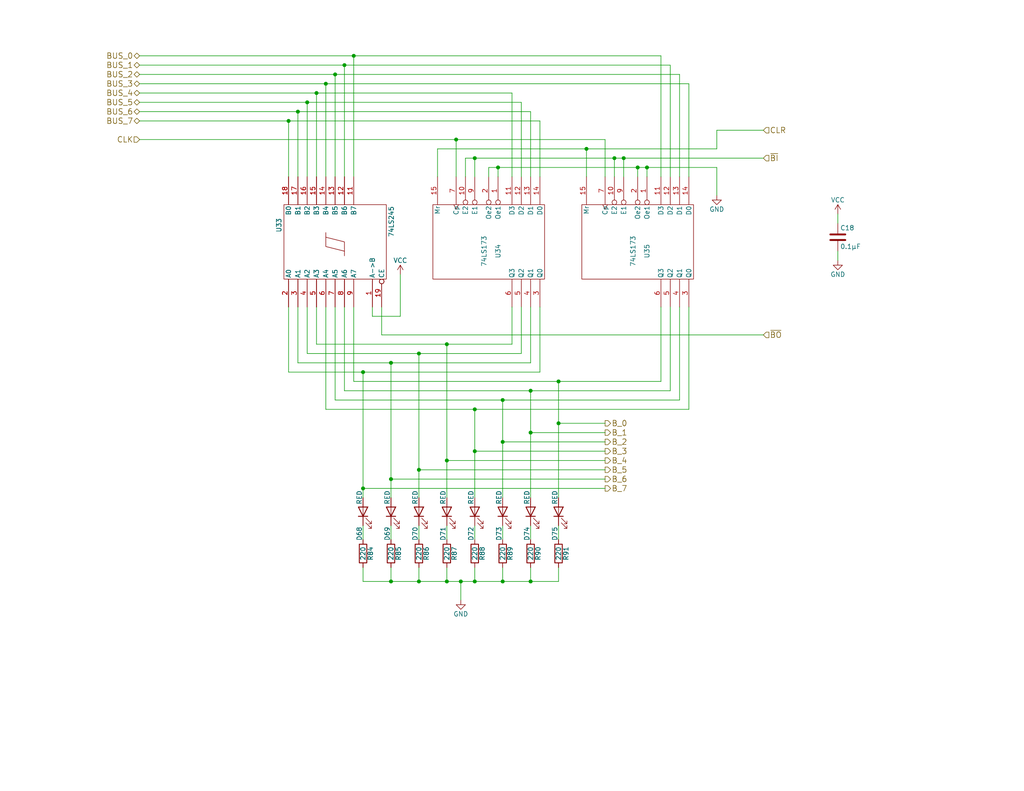
<source format=kicad_sch>
(kicad_sch (version 20211123) (generator eeschema)
  (paper "USLetter")
  (lib_symbols
    (symbol "8bit-computer:74LS173" (pin_names (offset 0.254))
      (property "Reference" "U" (at 2.54 2.54 0))
      (property "Value" "74LS173" (at 2.54 -1.27 0))
      (symbol "74LS173_0_0"
        (pin power_in line (at -7.62 15.24 90) (length 0) hide (name "VCC") (number "16"))
        (pin power_in line (at -7.62 -15.24 90) (length 0) hide (name "GND") (number "8"))
      )
      (symbol "74LS173_0_1"
        (rectangle (start -10.16 15.24) (end 10.16 -15.24))
      )
      (symbol "74LS173_1_1"
        (pin input inverted (at -17.78 2.54 0) (length 7.62) (name "Oe1") (number "1"))
        (pin input inverted (at -17.78 -6.35 0) (length 7.62) (name "E2") (number "10"))
        (pin input line (at -17.78 6.35 0) (length 7.62) (name "D3") (number "11"))
        (pin input line (at -17.78 8.89 0) (length 7.62) (name "D2") (number "12"))
        (pin input line (at -17.78 11.43 0) (length 7.62) (name "D1") (number "13"))
        (pin input line (at -17.78 13.97 0) (length 7.62) (name "D0") (number "14"))
        (pin input line (at -17.78 -13.97 0) (length 7.62) (name "Mr") (number "15"))
        (pin input inverted (at -17.78 0 0) (length 7.62) (name "Oe2") (number "2"))
        (pin tri_state line (at 17.78 13.97 180) (length 7.62) (name "Q0") (number "3"))
        (pin tri_state line (at 17.78 11.43 180) (length 7.62) (name "Q1") (number "4"))
        (pin tri_state line (at 17.78 8.89 180) (length 7.62) (name "Q2") (number "5"))
        (pin tri_state line (at 17.78 6.35 180) (length 7.62) (name "Q3") (number "6"))
        (pin input clock (at -17.78 -8.89 0) (length 7.62) (name "Cp") (number "7"))
        (pin input inverted (at -17.78 -3.81 0) (length 7.62) (name "E1") (number "9"))
      )
    )
    (symbol "8bit-computer:74LS245" (pin_names (offset 0.254))
      (property "Reference" "U" (at 2.54 14.605 0))
      (property "Value" "74LS245" (at 1.27 -14.605 0))
      (symbol "74LS245_0_0"
        (pin power_in line (at 0 -13.97 90) (length 0) hide (name "GND") (number "10"))
        (pin power_in line (at 0 13.97 270) (length 0) hide (name "VCC") (number "20"))
      )
      (symbol "74LS245_0_1"
        (rectangle (start -10.16 13.97) (end 10.16 -13.97))
        (polyline (pts (xy 1.27 2.54) (xy 0 -2.54) (xy -2.54 -2.54)))
        (polyline (pts (xy 2.54 2.54) (xy -1.27 2.54) (xy -2.54 -2.54) (xy -3.81 -2.54)))
      )
      (symbol "74LS245_1_1"
        (pin input line (at -17.78 -10.16 0) (length 7.62) (name "A->B") (number "1"))
        (pin tri_state line (at 17.78 -5.08 180) (length 7.62) (name "B7") (number "11"))
        (pin tri_state line (at 17.78 -2.54 180) (length 7.62) (name "B6") (number "12"))
        (pin tri_state line (at 17.78 0 180) (length 7.62) (name "B5") (number "13"))
        (pin tri_state line (at 17.78 2.54 180) (length 7.62) (name "B4") (number "14"))
        (pin tri_state line (at 17.78 5.08 180) (length 7.62) (name "B3") (number "15"))
        (pin tri_state line (at 17.78 7.62 180) (length 7.62) (name "B2") (number "16"))
        (pin tri_state line (at 17.78 10.16 180) (length 7.62) (name "B1") (number "17"))
        (pin tri_state line (at 17.78 12.7 180) (length 7.62) (name "B0") (number "18"))
        (pin input inverted (at -17.78 -12.7 0) (length 7.62) (name "CE") (number "19"))
        (pin tri_state line (at -17.78 12.7 0) (length 7.62) (name "A0") (number "2"))
        (pin tri_state line (at -17.78 10.16 0) (length 7.62) (name "A1") (number "3"))
        (pin tri_state line (at -17.78 7.62 0) (length 7.62) (name "A2") (number "4"))
        (pin tri_state line (at -17.78 5.08 0) (length 7.62) (name "A3") (number "5"))
        (pin tri_state line (at -17.78 2.54 0) (length 7.62) (name "A4") (number "6"))
        (pin tri_state line (at -17.78 0 0) (length 7.62) (name "A5") (number "7"))
        (pin tri_state line (at -17.78 -2.54 0) (length 7.62) (name "A6") (number "8"))
        (pin tri_state line (at -17.78 -5.08 0) (length 7.62) (name "A7") (number "9"))
      )
    )
    (symbol "Device:C" (pin_numbers hide) (pin_names (offset 0.254))
      (property "Reference" "C" (at 0.635 2.54 0))
      (property "Value" "C" (at 0.635 -2.54 0))
      (symbol "C_0_1"
        (polyline (pts (xy -2.032 -0.762) (xy 2.032 -0.762)) (stroke (width 0.508)))
        (polyline (pts (xy -2.032 0.762) (xy 2.032 0.762)) (stroke (width 0.508)))
      )
      (symbol "C_1_1"
        (pin passive line (at 0 3.81 270) (length 2.794) (name "~") (number "1"))
        (pin passive line (at 0 -3.81 90) (length 2.794) (name "~") (number "2"))
      )
    )
    (symbol "Device:LED" (pin_numbers hide) (pin_names (offset 1.016) hide)
      (property "Reference" "D" (at 0 2.54 0))
      (property "Value" "LED" (at 0 -2.54 0))
      (symbol "LED_0_1"
        (polyline (pts (xy -1.27 -1.27) (xy -1.27 1.27)) (stroke (width 0.254)))
        (polyline (pts (xy -1.27 0) (xy 1.27 0)))
        (polyline (pts (xy 1.27 -1.27) (xy 1.27 1.27) (xy -1.27 0) (xy 1.27 -1.27)) (stroke (width 0.254)))
        (polyline (pts (xy -3.048 -0.762) (xy -4.572 -2.286) (xy -3.81 -2.286) (xy -4.572 -2.286) (xy -4.572 -1.524)))
        (polyline (pts (xy -1.778 -0.762) (xy -3.302 -2.286) (xy -2.54 -2.286) (xy -3.302 -2.286) (xy -3.302 -1.524)))
      )
      (symbol "LED_1_1"
        (pin passive line (at -3.81 0 0) (length 2.54) (name "K") (number "1"))
        (pin passive line (at 3.81 0 180) (length 2.54) (name "A") (number "2"))
      )
    )
    (symbol "Device:R" (pin_numbers hide) (pin_names (offset 0))
      (property "Reference" "R" (at 2.032 0 90))
      (property "Value" "R" (at 0 0 90))
      (symbol "R_0_1"
        (rectangle (start -1.016 -2.54) (end 1.016 2.54) (stroke (width 0.254)))
      )
      (symbol "R_1_1"
        (pin passive line (at 0 3.81 270) (length 1.27) (name "~") (number "1"))
        (pin passive line (at 0 -3.81 90) (length 1.27) (name "~") (number "2"))
      )
    )
    (symbol "power:GND" (power) (pin_names (offset 0))
      (property "Value" "GND" (at 0 -3.81 0))
      (symbol "GND_0_1"
        (polyline (pts (xy 0 0) (xy 0 -1.27) (xy 1.27 -1.27) (xy 0 -2.54) (xy -1.27 -1.27) (xy 0 -1.27)))
      )
      (symbol "GND_1_1"
        (pin power_in line (at 0 0 270) (length 0) hide (name "GND") (number "1"))
      )
    )
    (symbol "power:VCC" (power) (pin_names (offset 0))
      (property "Value" "VCC" (at 0 3.81 0))
      (symbol "VCC_0_1"
        (polyline (pts (xy -0.762 1.27) (xy 0 2.54)))
        (polyline (pts (xy 0 0) (xy 0 2.54)))
        (polyline (pts (xy 0 2.54) (xy 0.762 1.27)))
      )
      (symbol "VCC_1_1"
        (pin power_in line (at 0 0 90) (length 0) hide (name "VCC") (number "1"))
      )
    )
  )
  (junction (at 81.28 30.48))
  (junction (at 99.06 133.35))
  (junction (at 167.64 43.18))
  (junction (at 137.16 109.22))
  (junction (at 137.16 120.65))
  (junction (at 152.4 115.57))
  (junction (at 106.68 99.06))
  (junction (at 152.4 104.14))
  (junction (at 106.68 158.75))
  (junction (at 129.54 158.75))
  (junction (at 86.36 25.4))
  (junction (at 114.3 96.52))
  (junction (at 125.73 158.75))
  (junction (at 129.54 123.19))
  (junction (at 106.68 130.81))
  (junction (at 83.82 27.94))
  (junction (at 114.3 158.75))
  (junction (at 144.78 158.75))
  (junction (at 170.18 43.18))
  (junction (at 135.89 45.72))
  (junction (at 121.92 125.73))
  (junction (at 176.53 45.72))
  (junction (at 160.02 40.64))
  (junction (at 78.74 33.02))
  (junction (at 114.3 128.27))
  (junction (at 121.92 93.98))
  (junction (at 173.99 45.72))
  (junction (at 93.98 17.78))
  (junction (at 144.78 106.68))
  (junction (at 137.16 158.75))
  (junction (at 129.54 43.18))
  (junction (at 121.92 158.75))
  (junction (at 144.78 118.11))
  (junction (at 91.44 20.32))
  (junction (at 88.9 22.86))
  (junction (at 124.46 38.1))
  (junction (at 129.54 111.76))
  (junction (at 96.52 15.24))
  (junction (at 99.06 101.6))
  (wire (pts (xy 167.64 43.18) (xy 170.18 43.18)))
  (wire (pts (xy 78.74 33.02) (xy 78.74 48.26)))
  (wire (pts (xy 119.38 40.64) (xy 160.02 40.64)))
  (wire (pts (xy 129.54 158.75) (xy 137.16 158.75)))
  (wire (pts (xy 228.6 71.12) (xy 228.6 68.58)))
  (wire (pts (xy 91.44 83.82) (xy 91.44 109.22)))
  (wire (pts (xy 129.54 143.51) (xy 129.54 147.32)))
  (wire (pts (xy 129.54 43.18) (xy 129.54 48.26)))
  (wire (pts (xy 38.1 30.48) (xy 81.28 30.48)))
  (wire (pts (xy 195.58 40.64) (xy 195.58 35.56)))
  (wire (pts (xy 109.22 86.36) (xy 109.22 74.93)))
  (wire (pts (xy 88.9 111.76) (xy 129.54 111.76)))
  (wire (pts (xy 142.24 96.52) (xy 142.24 83.82)))
  (wire (pts (xy 160.02 40.64) (xy 160.02 48.26)))
  (wire (pts (xy 125.73 158.75) (xy 129.54 158.75)))
  (wire (pts (xy 165.1 128.27) (xy 114.3 128.27)))
  (wire (pts (xy 165.1 120.65) (xy 137.16 120.65)))
  (wire (pts (xy 144.78 30.48) (xy 144.78 48.26)))
  (wire (pts (xy 127 48.26) (xy 127 43.18)))
  (wire (pts (xy 129.54 154.94) (xy 129.54 158.75)))
  (wire (pts (xy 173.99 45.72) (xy 176.53 45.72)))
  (wire (pts (xy 139.7 25.4) (xy 139.7 48.26)))
  (wire (pts (xy 137.16 143.51) (xy 137.16 147.32)))
  (wire (pts (xy 121.92 93.98) (xy 139.7 93.98)))
  (wire (pts (xy 38.1 38.1) (xy 124.46 38.1)))
  (wire (pts (xy 121.92 93.98) (xy 121.92 125.73)))
  (wire (pts (xy 187.96 22.86) (xy 187.96 48.26)))
  (wire (pts (xy 121.92 143.51) (xy 121.92 147.32)))
  (wire (pts (xy 144.78 143.51) (xy 144.78 147.32)))
  (wire (pts (xy 129.54 123.19) (xy 129.54 135.89)))
  (wire (pts (xy 104.14 83.82) (xy 104.14 91.44)))
  (wire (pts (xy 144.78 106.68) (xy 144.78 118.11)))
  (wire (pts (xy 125.73 163.83) (xy 125.73 158.75)))
  (wire (pts (xy 81.28 99.06) (xy 106.68 99.06)))
  (wire (pts (xy 129.54 43.18) (xy 167.64 43.18)))
  (wire (pts (xy 173.99 45.72) (xy 173.99 48.26)))
  (wire (pts (xy 144.78 158.75) (xy 152.4 158.75)))
  (wire (pts (xy 88.9 22.86) (xy 88.9 48.26)))
  (wire (pts (xy 170.18 43.18) (xy 208.28 43.18)))
  (wire (pts (xy 139.7 93.98) (xy 139.7 83.82)))
  (wire (pts (xy 86.36 93.98) (xy 121.92 93.98)))
  (wire (pts (xy 99.06 158.75) (xy 106.68 158.75)))
  (wire (pts (xy 180.34 15.24) (xy 180.34 48.26)))
  (wire (pts (xy 101.6 83.82) (xy 101.6 86.36)))
  (wire (pts (xy 152.4 104.14) (xy 152.4 115.57)))
  (wire (pts (xy 195.58 35.56) (xy 208.28 35.56)))
  (wire (pts (xy 93.98 106.68) (xy 144.78 106.68)))
  (wire (pts (xy 96.52 104.14) (xy 152.4 104.14)))
  (wire (pts (xy 81.28 30.48) (xy 81.28 48.26)))
  (wire (pts (xy 185.42 109.22) (xy 185.42 83.82)))
  (wire (pts (xy 114.3 154.94) (xy 114.3 158.75)))
  (wire (pts (xy 228.6 60.96) (xy 228.6 58.42)))
  (wire (pts (xy 99.06 101.6) (xy 99.06 133.35)))
  (wire (pts (xy 96.52 15.24) (xy 96.52 48.26)))
  (wire (pts (xy 142.24 27.94) (xy 142.24 48.26)))
  (wire (pts (xy 99.06 101.6) (xy 147.32 101.6)))
  (wire (pts (xy 104.14 91.44) (xy 208.28 91.44)))
  (wire (pts (xy 137.16 109.22) (xy 137.16 120.65)))
  (wire (pts (xy 83.82 96.52) (xy 114.3 96.52)))
  (wire (pts (xy 135.89 45.72) (xy 135.89 48.26)))
  (wire (pts (xy 106.68 99.06) (xy 144.78 99.06)))
  (wire (pts (xy 133.35 48.26) (xy 133.35 45.72)))
  (wire (pts (xy 165.1 38.1) (xy 165.1 48.26)))
  (wire (pts (xy 38.1 33.02) (xy 78.74 33.02)))
  (wire (pts (xy 38.1 17.78) (xy 93.98 17.78)))
  (wire (pts (xy 38.1 15.24) (xy 96.52 15.24)))
  (wire (pts (xy 99.06 143.51) (xy 99.06 147.32)))
  (wire (pts (xy 86.36 48.26) (xy 86.36 25.4)))
  (wire (pts (xy 114.3 96.52) (xy 114.3 128.27)))
  (wire (pts (xy 86.36 83.82) (xy 86.36 93.98)))
  (wire (pts (xy 78.74 101.6) (xy 99.06 101.6)))
  (wire (pts (xy 129.54 111.76) (xy 129.54 123.19)))
  (wire (pts (xy 137.16 158.75) (xy 144.78 158.75)))
  (wire (pts (xy 99.06 154.94) (xy 99.06 158.75)))
  (wire (pts (xy 147.32 101.6) (xy 147.32 83.82)))
  (wire (pts (xy 106.68 143.51) (xy 106.68 147.32)))
  (wire (pts (xy 106.68 130.81) (xy 106.68 135.89)))
  (wire (pts (xy 144.78 99.06) (xy 144.78 83.82)))
  (wire (pts (xy 114.3 158.75) (xy 121.92 158.75)))
  (wire (pts (xy 147.32 33.02) (xy 147.32 48.26)))
  (wire (pts (xy 152.4 143.51) (xy 152.4 147.32)))
  (wire (pts (xy 133.35 45.72) (xy 135.89 45.72)))
  (wire (pts (xy 38.1 25.4) (xy 86.36 25.4)))
  (wire (pts (xy 144.78 118.11) (xy 144.78 135.89)))
  (wire (pts (xy 165.1 130.81) (xy 106.68 130.81)))
  (wire (pts (xy 176.53 45.72) (xy 195.58 45.72)))
  (wire (pts (xy 114.3 143.51) (xy 114.3 147.32)))
  (wire (pts (xy 182.88 17.78) (xy 182.88 48.26)))
  (wire (pts (xy 106.68 158.75) (xy 114.3 158.75)))
  (wire (pts (xy 137.16 109.22) (xy 185.42 109.22)))
  (wire (pts (xy 96.52 83.82) (xy 96.52 104.14)))
  (wire (pts (xy 78.74 33.02) (xy 147.32 33.02)))
  (wire (pts (xy 165.1 125.73) (xy 121.92 125.73)))
  (wire (pts (xy 106.68 154.94) (xy 106.68 158.75)))
  (wire (pts (xy 180.34 104.14) (xy 180.34 83.82)))
  (wire (pts (xy 165.1 133.35) (xy 99.06 133.35)))
  (wire (pts (xy 176.53 45.72) (xy 176.53 48.26)))
  (wire (pts (xy 88.9 22.86) (xy 187.96 22.86)))
  (wire (pts (xy 83.82 27.94) (xy 142.24 27.94)))
  (wire (pts (xy 124.46 38.1) (xy 124.46 48.26)))
  (wire (pts (xy 144.78 154.94) (xy 144.78 158.75)))
  (wire (pts (xy 96.52 15.24) (xy 180.34 15.24)))
  (wire (pts (xy 167.64 43.18) (xy 167.64 48.26)))
  (wire (pts (xy 152.4 104.14) (xy 180.34 104.14)))
  (wire (pts (xy 81.28 30.48) (xy 144.78 30.48)))
  (wire (pts (xy 114.3 128.27) (xy 114.3 135.89)))
  (wire (pts (xy 185.42 20.32) (xy 185.42 48.26)))
  (wire (pts (xy 129.54 123.19) (xy 165.1 123.19)))
  (wire (pts (xy 137.16 120.65) (xy 137.16 135.89)))
  (wire (pts (xy 152.4 158.75) (xy 152.4 154.94)))
  (wire (pts (xy 165.1 115.57) (xy 152.4 115.57)))
  (wire (pts (xy 187.96 111.76) (xy 187.96 83.82)))
  (wire (pts (xy 78.74 83.82) (xy 78.74 101.6)))
  (wire (pts (xy 83.82 27.94) (xy 83.82 48.26)))
  (wire (pts (xy 121.92 154.94) (xy 121.92 158.75)))
  (wire (pts (xy 127 43.18) (xy 129.54 43.18)))
  (wire (pts (xy 160.02 40.64) (xy 195.58 40.64)))
  (wire (pts (xy 91.44 20.32) (xy 91.44 48.26)))
  (wire (pts (xy 152.4 115.57) (xy 152.4 135.89)))
  (wire (pts (xy 129.54 111.76) (xy 187.96 111.76)))
  (wire (pts (xy 137.16 154.94) (xy 137.16 158.75)))
  (wire (pts (xy 119.38 48.26) (xy 119.38 40.64)))
  (wire (pts (xy 144.78 106.68) (xy 182.88 106.68)))
  (wire (pts (xy 91.44 20.32) (xy 185.42 20.32)))
  (wire (pts (xy 106.68 99.06) (xy 106.68 130.81)))
  (wire (pts (xy 38.1 22.86) (xy 88.9 22.86)))
  (wire (pts (xy 38.1 20.32) (xy 91.44 20.32)))
  (wire (pts (xy 93.98 83.82) (xy 93.98 106.68)))
  (wire (pts (xy 121.92 125.73) (xy 121.92 135.89)))
  (wire (pts (xy 114.3 96.52) (xy 142.24 96.52)))
  (wire (pts (xy 38.1 27.94) (xy 83.82 27.94)))
  (wire (pts (xy 121.92 158.75) (xy 125.73 158.75)))
  (wire (pts (xy 86.36 25.4) (xy 139.7 25.4)))
  (wire (pts (xy 93.98 17.78) (xy 182.88 17.78)))
  (wire (pts (xy 81.28 83.82) (xy 81.28 99.06)))
  (wire (pts (xy 99.06 133.35) (xy 99.06 135.89)))
  (wire (pts (xy 101.6 86.36) (xy 109.22 86.36)))
  (wire (pts (xy 83.82 83.82) (xy 83.82 96.52)))
  (wire (pts (xy 195.58 45.72) (xy 195.58 53.34)))
  (wire (pts (xy 88.9 83.82) (xy 88.9 111.76)))
  (wire (pts (xy 93.98 17.78) (xy 93.98 48.26)))
  (wire (pts (xy 165.1 118.11) (xy 144.78 118.11)))
  (wire (pts (xy 170.18 43.18) (xy 170.18 48.26)))
  (wire (pts (xy 91.44 109.22) (xy 137.16 109.22)))
  (wire (pts (xy 182.88 106.68) (xy 182.88 83.82)))
  (wire (pts (xy 135.89 45.72) (xy 173.99 45.72)))
  (wire (pts (xy 124.46 38.1) (xy 165.1 38.1)))
  (hierarchical_label "BUS_1" (shape bidirectional) (at 38.1 17.78 180) (effects (font (size 1.524 1.524))))
  (hierarchical_label "~{BO}" (shape input) (at 208.28 91.44 0) (effects (font (size 1.524 1.524))))
  (hierarchical_label "B_6" (shape output) (at 165.1 130.81 0) (effects (font (size 1.524 1.524))))
  (hierarchical_label "B_3" (shape output) (at 165.1 123.19 0) (effects (font (size 1.524 1.524))))
  (hierarchical_label "BUS_5" (shape bidirectional) (at 38.1 27.94 180) (effects (font (size 1.524 1.524))))
  (hierarchical_label "BUS_4" (shape bidirectional) (at 38.1 25.4 180) (effects (font (size 1.524 1.524))))
  (hierarchical_label "B_7" (shape output) (at 165.1 133.35 0) (effects (font (size 1.524 1.524))))
  (hierarchical_label "~{BI}" (shape input) (at 208.28 43.18 0) (effects (font (size 1.524 1.524))))
  (hierarchical_label "CLK" (shape input) (at 38.1 38.1 180) (effects (font (size 1.524 1.524))))
  (hierarchical_label "BUS_3" (shape bidirectional) (at 38.1 22.86 180) (effects (font (size 1.524 1.524))))
  (hierarchical_label "B_5" (shape output) (at 165.1 128.27 0) (effects (font (size 1.524 1.524))))
  (hierarchical_label "B_1" (shape output) (at 165.1 118.11 0) (effects (font (size 1.524 1.524))))
  (hierarchical_label "BUS_6" (shape bidirectional) (at 38.1 30.48 180) (effects (font (size 1.524 1.524))))
  (hierarchical_label "BUS_2" (shape bidirectional) (at 38.1 20.32 180) (effects (font (size 1.524 1.524))))
  (hierarchical_label "CLR" (shape input) (at 208.28 35.56 0) (effects (font (size 1.524 1.524))))
  (hierarchical_label "B_2" (shape output) (at 165.1 120.65 0) (effects (font (size 1.524 1.524))))
  (hierarchical_label "BUS_7" (shape bidirectional) (at 38.1 33.02 180) (effects (font (size 1.524 1.524))))
  (hierarchical_label "B_4" (shape output) (at 165.1 125.73 0) (effects (font (size 1.524 1.524))))
  (hierarchical_label "BUS_0" (shape bidirectional) (at 38.1 15.24 180) (effects (font (size 1.524 1.524))))
  (hierarchical_label "B_0" (shape output) (at 165.1 115.57 0) (effects (font (size 1.524 1.524))))
  (symbol (lib_id "8bit-computer:74LS173") (at 173.99 66.04 270) (unit 1)
    (property "Reference" "U35" (at 176.53 68.58 0))
    (property "Value" "74LS173" (at 172.72 68.58 0))
    (property "Footprint" "Package_DIP:DIP-16_W7.62mm" (effects hide))
  )
  (symbol (lib_id "8bit-computer:74LS245") (at 91.44 66.04 90) (unit 1)
    (property "Reference" "U33" (at 76.835 63.5 0) (effects (justify left bottom)))
    (property "Value" "74LS245" (at 106.045 64.77 0) (effects (justify left top)))
    (property "Footprint" "Package_DIP:DIP-20_W7.62mm" (effects hide))
  )
  (symbol (lib_id "Device:R") (at 99.06 151.13 0) (unit 1)
    (property "Reference" "R84" (at 101.092 151.13 90))
    (property "Value" "220" (at 99.06 151.13 90))
    (property "Footprint" "Resistor_THT:R_Axial_DIN0207_L6.3mm_D2.5mm_P7.62mm_Horizontal" (effects hide))
  )
  (symbol (lib_id "Device:R") (at 106.68 151.13 0) (unit 1)
    (property "Reference" "R85" (at 108.712 151.13 90))
    (property "Value" "220" (at 106.68 151.13 90))
    (property "Footprint" "Resistor_THT:R_Axial_DIN0207_L6.3mm_D2.5mm_P7.62mm_Horizontal" (effects hide))
  )
  (symbol (lib_id "Device:R") (at 144.78 151.13 0) (unit 1)
    (property "Reference" "R90" (at 146.812 151.13 90))
    (property "Value" "220" (at 144.78 151.13 90))
    (property "Footprint" "Resistor_THT:R_Axial_DIN0207_L6.3mm_D2.5mm_P7.62mm_Horizontal" (effects hide))
  )
  (symbol (lib_id "power:GND") (at 125.73 163.83 0) (unit 1)
    (property "Reference" "#PWR061" (effects hide))
    (property "Value" "GND" (at 125.73 167.64 0))
  )
  (symbol (lib_id "power:GND") (at 195.58 53.34 0) (unit 1)
    (property "Reference" "#PWR062" (effects hide))
    (property "Value" "GND" (at 195.58 57.15 0))
  )
  (symbol (lib_id "8bit-computer:74LS173") (at 133.35 66.04 270) (unit 1)
    (property "Reference" "U34" (at 135.89 68.58 0))
    (property "Value" "74LS173" (at 132.08 68.58 0))
    (property "Footprint" "Package_DIP:DIP-16_W7.62mm" (effects hide))
  )
  (symbol (lib_id "Device:R") (at 114.3 151.13 0) (unit 1)
    (property "Reference" "R86" (at 116.332 151.13 90))
    (property "Value" "220" (at 114.3 151.13 90))
    (property "Footprint" "Resistor_THT:R_Axial_DIN0207_L6.3mm_D2.5mm_P7.62mm_Horizontal" (effects hide))
  )
  (symbol (lib_id "Device:R") (at 121.92 151.13 0) (unit 1)
    (property "Reference" "R87" (at 123.952 151.13 90))
    (property "Value" "220" (at 121.92 151.13 90))
    (property "Footprint" "Resistor_THT:R_Axial_DIN0207_L6.3mm_D2.5mm_P7.62mm_Horizontal" (effects hide))
  )
  (symbol (lib_id "Device:R") (at 129.54 151.13 0) (unit 1)
    (property "Reference" "R88" (at 131.572 151.13 90))
    (property "Value" "220" (at 129.54 151.13 90))
    (property "Footprint" "Resistor_THT:R_Axial_DIN0207_L6.3mm_D2.5mm_P7.62mm_Horizontal" (effects hide))
  )
  (symbol (lib_id "Device:R") (at 137.16 151.13 0) (unit 1)
    (property "Reference" "R89" (at 139.192 151.13 90))
    (property "Value" "220" (at 137.16 151.13 90))
    (property "Footprint" "Resistor_THT:R_Axial_DIN0207_L6.3mm_D2.5mm_P7.62mm_Horizontal" (effects hide))
  )
  (symbol (lib_id "Device:R") (at 152.4 151.13 0) (unit 1)
    (property "Reference" "R91" (at 154.432 151.13 90))
    (property "Value" "220" (at 152.4 151.13 90))
    (property "Footprint" "Resistor_THT:R_Axial_DIN0207_L6.3mm_D2.5mm_P7.62mm_Horizontal" (effects hide))
  )
  (symbol (lib_id "power:VCC") (at 109.22 74.93 0) (unit 1)
    (property "Reference" "#PWR060" (effects hide))
    (property "Value" "VCC" (at 109.22 71.12 0))
  )
  (symbol (lib_id "Device:C") (at 228.6 64.77 0) (unit 1)
    (property "Reference" "C18" (at 229.235 62.23 0) (effects (justify left)))
    (property "Value" "0.1µF" (at 229.235 67.31 0) (effects (justify left)))
    (property "Footprint" "Capacitor_THT:C_Disc_D4.3mm_W1.9mm_P5.00mm" (effects hide))
  )
  (symbol (lib_id "power:VCC") (at 228.6 58.42 0) (unit 1)
    (property "Reference" "#PWR063" (effects hide))
    (property "Value" "VCC" (at 228.6 54.61 0))
  )
  (symbol (lib_id "power:GND") (at 228.6 71.12 0) (unit 1)
    (property "Reference" "#PWR064" (effects hide))
    (property "Value" "GND" (at 228.6 74.93 0))
  )
  (symbol (lib_id "Device:LED") (at 106.68 139.7 90) (unit 1)
    (property "Reference" "D69" (at 105.664 143.764 0) (effects (justify right)))
    (property "Value" "RED" (at 105.664 133.858 0) (effects (justify right)))
  )
  (symbol (lib_id "Device:LED") (at 99.06 139.7 90) (unit 1)
    (property "Reference" "D68" (at 98.044 143.764 0) (effects (justify right)))
    (property "Value" "RED" (at 98.044 133.858 0) (effects (justify right)))
  )
  (symbol (lib_id "Device:LED") (at 129.54 139.7 90) (unit 1)
    (property "Reference" "D72" (at 128.524 143.764 0) (effects (justify right)))
    (property "Value" "RED" (at 128.524 133.858 0) (effects (justify right)))
  )
  (symbol (lib_id "Device:LED") (at 152.4 139.7 90) (unit 1)
    (property "Reference" "D75" (at 151.384 143.764 0) (effects (justify right)))
    (property "Value" "RED" (at 151.384 133.858 0) (effects (justify right)))
  )
  (symbol (lib_id "Device:LED") (at 137.16 139.7 90) (unit 1)
    (property "Reference" "D73" (at 136.144 143.764 0) (effects (justify right)))
    (property "Value" "RED" (at 136.144 133.858 0) (effects (justify right)))
  )
  (symbol (lib_id "Device:LED") (at 114.3 139.7 90) (unit 1)
    (property "Reference" "D70" (at 113.284 143.764 0) (effects (justify right)))
    (property "Value" "RED" (at 113.284 133.858 0) (effects (justify right)))
  )
  (symbol (lib_id "Device:LED") (at 144.78 139.7 90) (unit 1)
    (property "Reference" "D74" (at 143.764 143.764 0) (effects (justify right)))
    (property "Value" "RED" (at 143.764 133.858 0) (effects (justify right)))
  )
  (symbol (lib_id "Device:LED") (at 121.92 139.7 90) (unit 1)
    (property "Reference" "D71" (at 120.904 143.764 0) (effects (justify right)))
    (property "Value" "RED" (at 120.904 133.858 0) (effects (justify right)))
  )
)
</source>
